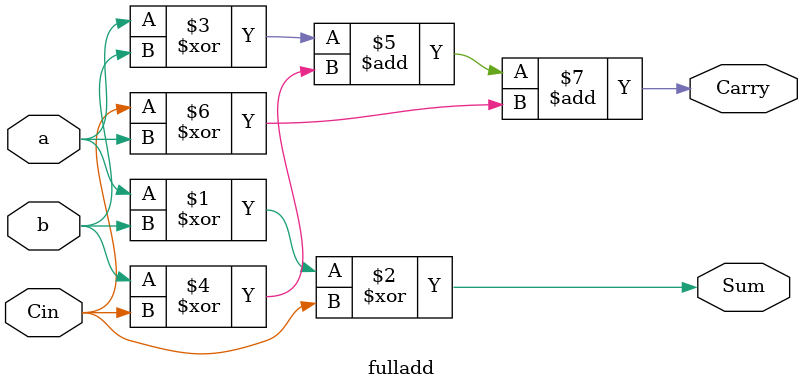
<source format=v>
/* Full Adder
Addition of three binary bits: two input bits and a carry-in bit.
Logic: 
Sum Calculation: XOR of all three inputs.
Sum = A ^ B ^ Cin
Carry Out: It happens if any 2 or all 3 of inputs is 1.
*/

/*Here I am going to implement a full adder on its own */

module fulladd (a, b, Cin, Sum, Carry);

input a, b, Cin ;
output Sum, Carry;

assign Sum  = a ^ b ^ Cin; 
assign Carry = (a^b) + (b^Cin) + (Cin^a);

endmodule
</source>
